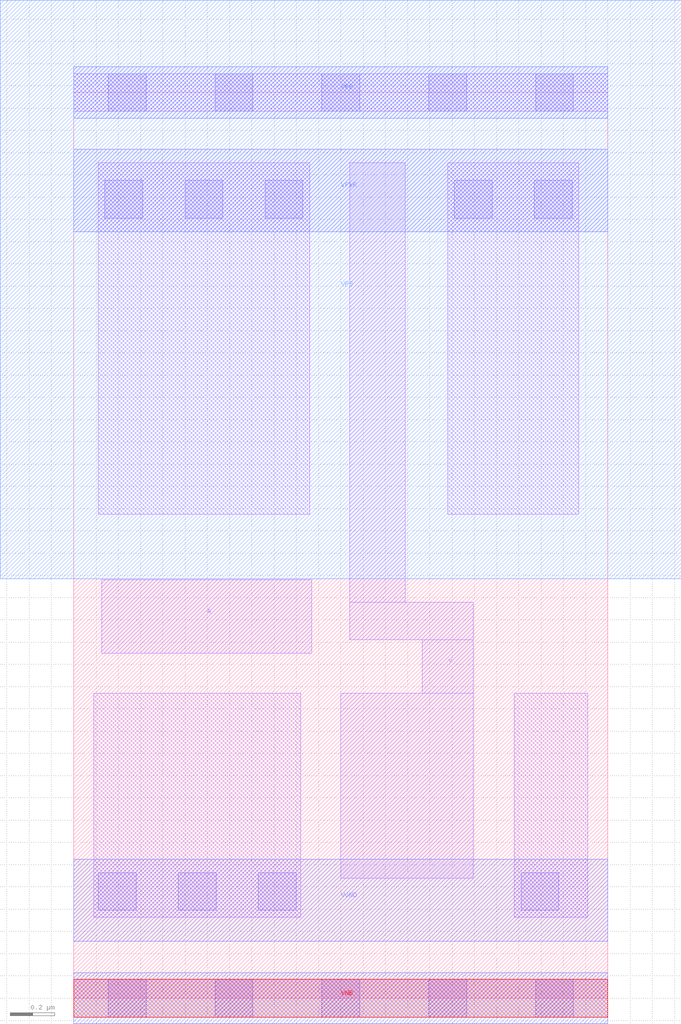
<source format=lef>
# Copyright 2020 The SkyWater PDK Authors
#
# Licensed under the Apache License, Version 2.0 (the "License");
# you may not use this file except in compliance with the License.
# You may obtain a copy of the License at
#
#     https://www.apache.org/licenses/LICENSE-2.0
#
# Unless required by applicable law or agreed to in writing, software
# distributed under the License is distributed on an "AS IS" BASIS,
# WITHOUT WARRANTIES OR CONDITIONS OF ANY KIND, either express or implied.
# See the License for the specific language governing permissions and
# limitations under the License.
#
# SPDX-License-Identifier: Apache-2.0

VERSION 5.7 ;
  NOWIREEXTENSIONATPIN ON ;
  DIVIDERCHAR "/" ;
  BUSBITCHARS "[]" ;
MACRO sky130_fd_sc_hvl__inv_2
  CLASS CORE ;
  FOREIGN sky130_fd_sc_hvl__inv_2 ;
  ORIGIN  0.000000  0.000000 ;
  SIZE  2.400000 BY  4.070000 ;
  SYMMETRY X Y ;
  SITE unithv ;
  PIN A
    ANTENNAGATEAREA  2.250000 ;
    DIRECTION INPUT ;
    USE SIGNAL ;
    PORT
      LAYER li1 ;
        RECT 0.125000 1.550000 1.070000 1.880000 ;
    END
  END A
  PIN Y
    ANTENNADIFFAREA  0.630000 ;
    DIRECTION OUTPUT ;
    USE SIGNAL ;
    PORT
      LAYER li1 ;
        RECT 1.200000 0.540000 1.795000 1.370000 ;
        RECT 1.240000 1.610000 1.795000 1.780000 ;
        RECT 1.240000 1.780000 1.490000 3.755000 ;
        RECT 1.565000 1.370000 1.795000 1.610000 ;
    END
  END Y
  PIN VGND
    DIRECTION INOUT ;
    USE GROUND ;
    PORT
      LAYER met1 ;
        RECT 0.000000 0.255000 2.400000 0.625000 ;
    END
  END VGND
  PIN VNB
    DIRECTION INOUT ;
    USE GROUND ;
    PORT
      LAYER met1 ;
        RECT 0.000000 -0.115000 2.400000 0.115000 ;
      LAYER pwell ;
        RECT 0.000000 -0.085000 2.400000 0.085000 ;
    END
  END VNB
  PIN VPB
    DIRECTION INOUT ;
    USE POWER ;
    PORT
      LAYER met1 ;
        RECT 0.000000 3.955000 2.400000 4.185000 ;
      LAYER nwell ;
        RECT -0.330000 1.885000 2.730000 4.485000 ;
    END
  END VPB
  PIN VPWR
    DIRECTION INOUT ;
    USE POWER ;
    PORT
      LAYER met1 ;
        RECT 0.000000 3.445000 2.400000 3.815000 ;
    END
  END VPWR
  OBS
    LAYER li1 ;
      RECT 0.000000 -0.085000 2.400000 0.085000 ;
      RECT 0.000000  3.985000 2.400000 4.155000 ;
      RECT 0.090000  0.365000 1.020000 1.370000 ;
      RECT 0.110000  2.175000 1.060000 3.755000 ;
      RECT 1.680000  2.175000 2.270000 3.755000 ;
      RECT 1.980000  0.365000 2.310000 1.370000 ;
    LAYER mcon ;
      RECT 0.110000  0.395000 0.280000 0.565000 ;
      RECT 0.140000  3.505000 0.310000 3.675000 ;
      RECT 0.155000 -0.085000 0.325000 0.085000 ;
      RECT 0.155000  3.985000 0.325000 4.155000 ;
      RECT 0.470000  0.395000 0.640000 0.565000 ;
      RECT 0.500000  3.505000 0.670000 3.675000 ;
      RECT 0.635000 -0.085000 0.805000 0.085000 ;
      RECT 0.635000  3.985000 0.805000 4.155000 ;
      RECT 0.830000  0.395000 1.000000 0.565000 ;
      RECT 0.860000  3.505000 1.030000 3.675000 ;
      RECT 1.115000 -0.085000 1.285000 0.085000 ;
      RECT 1.115000  3.985000 1.285000 4.155000 ;
      RECT 1.595000 -0.085000 1.765000 0.085000 ;
      RECT 1.595000  3.985000 1.765000 4.155000 ;
      RECT 1.710000  3.505000 1.880000 3.675000 ;
      RECT 2.010000  0.395000 2.180000 0.565000 ;
      RECT 2.070000  3.505000 2.240000 3.675000 ;
      RECT 2.075000 -0.085000 2.245000 0.085000 ;
      RECT 2.075000  3.985000 2.245000 4.155000 ;
  END
END sky130_fd_sc_hvl__inv_2
END LIBRARY

</source>
